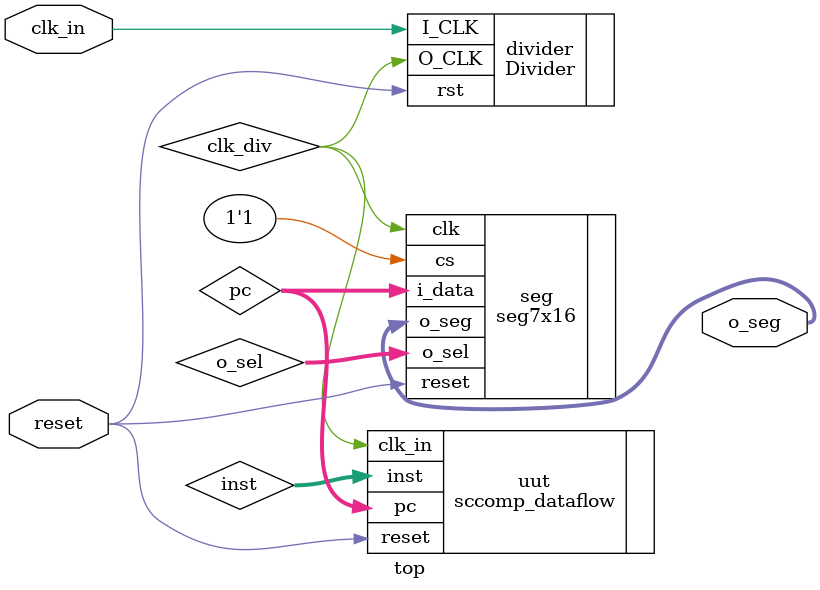
<source format=v>
`timescale 1ns / 1ps
module top(
    input clk_in,
    input reset,
    output [7:0]o_seg
    );
    wire clk_div;
    wire [31:0]pc,inst;
    wire [7:0]o_sel;//o_selµÚ¼¸Î»ÏÔÊ¾Êý×Ö
    seg7x16 seg(.clk(clk_div),.reset(reset),.cs(1'b1),.i_data(pc), .o_seg(o_seg),.o_sel(o_sel));
    Divider #(1) divider(.I_CLK(clk_in), .rst(reset), .O_CLK(clk_div));
    sccomp_dataflow uut(.clk_in(clk_div), .reset(reset), .inst(inst), .pc(pc));
endmodule

</source>
